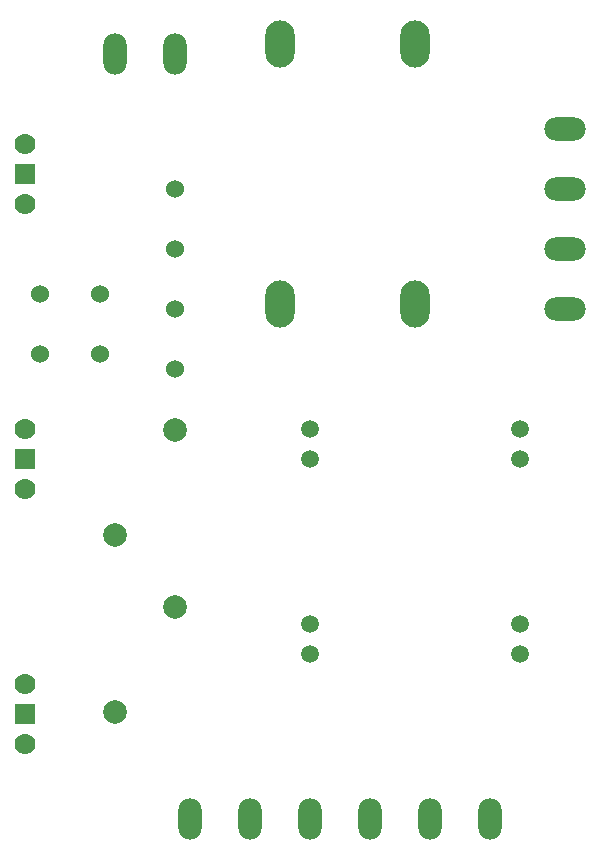
<source format=gbr>
G04 #@! TF.FileFunction,Soldermask,Top*
%FSLAX46Y46*%
G04 Gerber Fmt 4.6, Leading zero omitted, Abs format (unit mm)*
G04 Created by KiCad (PCBNEW (after 2015-mar-04 BZR unknown)-product) date Sat 22 Oct 2016 07:01:29 PM CEST*
%MOMM*%
G01*
G04 APERTURE LIST*
%ADD10C,0.100000*%
%ADD11C,1.778000*%
%ADD12R,1.778000X1.778000*%
%ADD13C,1.501140*%
%ADD14C,1.524000*%
%ADD15O,2.499360X4.000500*%
%ADD16O,3.500120X1.998980*%
%ADD17O,1.998980X3.500120*%
%ADD18C,1.998980*%
G04 APERTURE END LIST*
D10*
D11*
X13970000Y-73660000D03*
D12*
X13970000Y-71120000D03*
D11*
X13970000Y-68580000D03*
X13970000Y-52070000D03*
D12*
X13970000Y-49530000D03*
D11*
X13970000Y-46990000D03*
X13970000Y-27940000D03*
D12*
X13970000Y-25400000D03*
D11*
X13970000Y-22860000D03*
D13*
X55880000Y-49530000D03*
X55880000Y-46990000D03*
X55880000Y-66040000D03*
X55880000Y-63500000D03*
X38100000Y-49530000D03*
X38100000Y-46990000D03*
X38100000Y-66040000D03*
X38100000Y-63500000D03*
D14*
X26670000Y-26670000D03*
X26670000Y-36830000D03*
X26670000Y-31750000D03*
X26670000Y-41910000D03*
X15240000Y-40640000D03*
X20320000Y-40640000D03*
X20320000Y-35560000D03*
X15240000Y-35560000D03*
D15*
X46990000Y-36400740D03*
X46990000Y-14399260D03*
X35560000Y-36400740D03*
X35560000Y-14399260D03*
D16*
X59690000Y-26670000D03*
X59690000Y-21590000D03*
X59690000Y-36830000D03*
X59690000Y-31750000D03*
D17*
X27940000Y-80010000D03*
X33020000Y-80010000D03*
X38100000Y-80010000D03*
X43180000Y-80010000D03*
X48260000Y-80010000D03*
X53340000Y-80010000D03*
X26670000Y-15240000D03*
X21590000Y-15240000D03*
D18*
X26670000Y-47110000D03*
X26670000Y-62110000D03*
X21590000Y-56000000D03*
X21590000Y-71000000D03*
M02*

</source>
